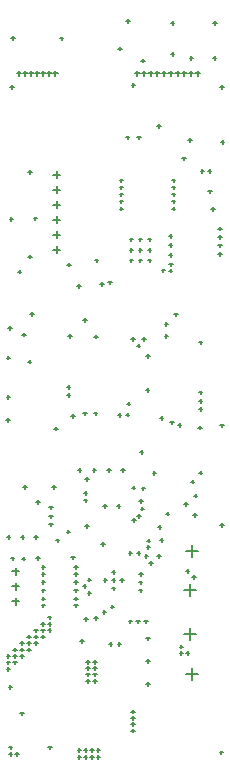
<source format=gbr>
%FSTAX26Y26*%
%MOMM*%
%SFA1B1*%

%IPPOS*%
%ADD63C,0.127000*%
%LNpcb_drillmap_1-1*%
%LPD*%
G54D63*
X00637387Y009144D02*
X00937387D01*
X01170787D02*
X01470787D01*
X013208Y00764387D02*
Y01064387D01*
X007874D02*
Y00764387D01*
X03962374Y01503857D02*
X04262374D01*
X04112361Y01353845D02*
Y01653844D01*
X06604Y01119987D02*
Y01419987D01*
X06453987Y0127D02*
X06753987D01*
X06987387D02*
X07287387D01*
X071374Y01419987D02*
Y01119987D01*
Y00835787D02*
Y00535787D01*
X06987387Y006858D02*
X07287387D01*
X06753987D02*
X06453987D01*
X06604Y00535787D02*
Y00835787D01*
X07520787Y006858D02*
X07820787D01*
X08054187D02*
X08354186D01*
X082042Y00535787D02*
Y00835787D01*
Y01119987D02*
Y01419987D01*
X08054187Y0127D02*
X08354186D01*
X07820787D02*
X07520787D01*
X076708Y01419987D02*
Y01119987D01*
Y00835787D02*
Y00535787D01*
X10975187Y02921D02*
X11275187D01*
X111252Y02770987D02*
Y03070987D01*
Y03304387D02*
Y03604387D01*
X10975187Y034544D02*
X11275187D01*
X111252Y03837787D02*
Y04137787D01*
Y04371187D02*
Y04671187D01*
X10975187Y045212D02*
X11275187D01*
Y039878D02*
X10975187D01*
X12270587Y06858D02*
X12570587D01*
X124206Y06707987D02*
Y07007987D01*
Y08638387D02*
Y08938387D01*
Y10568787D02*
Y10868787D01*
X12270587Y107188D02*
X12570587D01*
X10132187Y102616D02*
X09832187D01*
X099822Y10111587D02*
Y10411587D01*
X09395587Y102616D02*
X09095587D01*
X092456Y10111587D02*
Y10411587D01*
X08074787Y087376D02*
X07774787D01*
X079248Y08587587D02*
Y08887587D01*
Y08354186D02*
Y08054187D01*
Y07820787D02*
Y07520787D01*
Y07287387D02*
Y06987387D01*
X07774787Y071374D02*
X08074787D01*
Y076708D02*
X07774787D01*
Y082042D02*
X08074787D01*
X12270587Y087884D02*
X12570587D01*
X15089987Y094742D02*
X15389987D01*
X15623387D02*
X15923387D01*
X157734Y09324187D02*
Y09624187D01*
X1524D02*
Y09324187D01*
Y09882987D02*
Y10182987D01*
X15389987Y10033D02*
X15089987D01*
X15657576Y077486D02*
X16673575D01*
X16165576Y072406D02*
Y082566D01*
X159766Y105664D02*
Y115824D01*
X154686Y110744D02*
X164846D01*
X159512Y142748D02*
Y152908D01*
X16156787Y159258D02*
X16456787D01*
X163068Y15775787D02*
Y16075787D01*
X157734Y16258387D02*
Y16558387D01*
X16165576Y17600599D02*
Y18616599D01*
X15657576Y18108599D02*
X16673575D01*
X15923387Y164084D02*
X15623387D01*
X154432Y147828D02*
X164592D01*
X133604Y17553787D02*
Y17853787D01*
X13210387Y177038D02*
X13510387D01*
X135636Y18925387D02*
Y19225387D01*
X13413587Y190754D02*
X13713587D01*
X133858Y20017587D02*
Y20317587D01*
X13235787Y201676D02*
X13535787D01*
X13921587Y212852D02*
X14221587D01*
X140716Y21135187D02*
Y21435187D01*
X12621387Y189992D02*
X12321387D01*
X124714Y18849187D02*
Y19149187D01*
X116332Y20931987D02*
Y21231987D01*
X11483187Y21082D02*
X11783187D01*
X11938Y21566987D02*
Y21866987D01*
X11787987Y21717D02*
X12087987D01*
X11811Y22201987D02*
Y22501987D01*
X11660987Y22352D02*
X11960987D01*
X120142Y23268787D02*
Y23568787D01*
X11864187Y234188D02*
X12164187D01*
X11351387Y23495D02*
X11051387D01*
X112014Y23344987D02*
Y23644987D01*
X10081387Y219202D02*
X09781387D01*
X099314Y21770187D02*
Y22070187D01*
X08938387Y219202D02*
X08638387D01*
X087884Y21770187D02*
Y22070187D01*
X11076787Y207264D02*
X11376787D01*
X112268Y20576387D02*
Y20876387D01*
X11071987Y179324D02*
X10771987D01*
X10922Y17782387D02*
Y18082387D01*
X11457787Y179324D02*
X11757787D01*
X116078Y17782387D02*
Y18082387D01*
X12118187Y177038D02*
X12418187D01*
X122682Y17553787D02*
Y17853787D01*
X12295987Y184658D02*
X12595987D01*
X126492Y17244187D02*
Y16944187D01*
X12799187Y170942D02*
X12499187D01*
X12446Y18315787D02*
Y18615787D01*
X11960987Y161544D02*
X11660987D01*
X11811Y16004387D02*
Y16304387D01*
X117856Y15618587D02*
Y15318587D01*
X11635587Y154686D02*
X11935587D01*
Y147828D02*
X11635587D01*
X117856Y14632787D02*
Y14932787D01*
X10199598Y15504591D02*
Y15804591D01*
X10049586Y15654578D02*
X10349585D01*
X10771987Y121666D02*
X11071987D01*
X10922Y12016587D02*
Y12316587D01*
X11432387Y121666D02*
X11732387D01*
X115824Y12016587D02*
Y12316587D01*
X12092787Y121666D02*
X12392787D01*
X122428Y12016587D02*
Y12316587D01*
X094996Y14804593D02*
Y15104592D01*
X09349587Y1495458D02*
X09649587D01*
X094996Y15504591D02*
Y15804591D01*
X09349587Y15654578D02*
X09649587D01*
X094996Y1620459D02*
Y16504589D01*
X09349587Y16354577D02*
X09649587D01*
X08949588Y15654578D02*
X08649589D01*
X08799576Y15504591D02*
Y15804591D01*
X07592187Y156972D02*
X07292187D01*
X074422Y15547187D02*
Y15847187D01*
X07185787Y151384D02*
X06885787D01*
X070358Y14988387D02*
Y15288387D01*
X063246Y15343987D02*
Y15643987D01*
X06174587Y15494D02*
X06474587D01*
X063246Y16029787D02*
Y16329787D01*
X06174587Y161798D02*
X06474587D01*
Y147828D02*
X06174587D01*
X063246Y14632787D02*
Y14932787D01*
Y14246987D02*
Y13946987D01*
Y13662787D02*
Y13362787D01*
X06174587Y135128D02*
X06474587D01*
X07012787Y123698D02*
X07312787D01*
X071628Y12219787D02*
Y12519787D01*
X06957187Y104902D02*
X06657187D01*
X068072Y10340187D02*
Y10640187D01*
X07190587Y087376D02*
X07490587D01*
X073406Y08587587D02*
Y08887587D01*
Y08354186D02*
Y08054187D01*
Y07820787D02*
Y07520787D01*
Y07287387D02*
Y06987387D01*
X07190587Y071374D02*
X07490587D01*
Y076708D02*
X07190587D01*
Y082042D02*
X07490587D01*
X040894Y11279987D02*
Y11579987D01*
Y11813387D02*
Y12113387D01*
Y12346787D02*
Y12646787D01*
X03939387Y124968D02*
X04239387D01*
Y119634D02*
X03939387D01*
X03655187D02*
X03355187D01*
X035052Y11813387D02*
Y12113387D01*
Y11554587D02*
Y11254587D01*
Y11021187D02*
Y10721187D01*
X03355187Y108712D02*
X03655187D01*
Y114046D02*
X03355187D01*
X03070987D02*
X02770987D01*
X02921Y11254587D02*
Y11554587D01*
X03939387Y1143D02*
X04239387D01*
X03556Y13362787D02*
Y13662787D01*
Y13946987D02*
Y14246987D01*
X03405987Y14097D02*
X03705987D01*
X03556Y14632787D02*
Y14932787D01*
X03405987Y147828D02*
X03705987D01*
X03556Y15343987D02*
Y15643987D01*
X03405987Y15494D02*
X03705987D01*
X03556Y16029787D02*
Y16329787D01*
X03405987Y161798D02*
X03705987D01*
Y135128D02*
X03405987D01*
X03070987Y108712D02*
X02770987D01*
X02486787D02*
X02186787D01*
X023368Y10721187D02*
Y11021187D01*
Y10462387D02*
Y10162387D01*
Y09928987D02*
Y09628987D01*
X02186787Y09779D02*
X02486787D01*
Y103124D02*
X02186787D01*
X01902587D02*
X01602587D01*
X017526Y10162387D02*
Y10462387D01*
Y09928987D02*
Y09628987D01*
Y09395587D02*
Y09095587D01*
X01602587Y092456D02*
X01902587D01*
Y09779D02*
X01602587D01*
X01318387D02*
X01018387D01*
X011684Y09628987D02*
Y09928987D01*
Y09370187D02*
Y09070187D01*
X01018387Y092202D02*
X01318387D01*
X00734187D02*
X00434187D01*
X005842Y09070187D02*
Y09370187D01*
Y08836787D02*
Y08536787D01*
Y08303387D02*
Y08003387D01*
X00434187Y081534D02*
X00734187D01*
Y086868D02*
X00434187D01*
X01018387D02*
X01318387D01*
X011684Y08536787D02*
Y08836787D01*
X00911987Y06604D02*
X00611987D01*
X00762Y06453987D02*
Y06753987D01*
X016066Y04374337D02*
X019066D01*
X01756613Y0422435D02*
Y04524349D01*
X00937387Y014986D02*
X00637387D01*
X007874Y01348587D02*
Y01648587D01*
X02770987Y103378D02*
X03070987D01*
X02921Y10187787D02*
Y10487787D01*
Y10721187D02*
Y11021187D01*
X011938Y13568375D02*
Y14168399D01*
Y14838375D02*
Y15438399D01*
X00893775Y151384D02*
X01493799D01*
X011938Y16108375D02*
Y16708399D01*
X00941781Y17348581D02*
Y1764858D01*
X00791794Y17498593D02*
X01091793D01*
X017336Y17471186D02*
X020336D01*
X01883587Y17321174D02*
Y17621173D01*
X01493799Y164084D02*
X008938D01*
X00893775Y138684D02*
X01493799D01*
X06174587Y14097D02*
X06474587D01*
X07292187Y145542D02*
X07592187D01*
X07850987Y124714D02*
X08150987D01*
X08001Y12321387D02*
Y12621387D01*
X08562187Y129794D02*
X08862187D01*
X087122Y12829387D02*
Y13129387D01*
X09247987Y134112D02*
X09547987D01*
X09398Y13261187D02*
Y13561187D01*
X074422Y14404187D02*
Y14704187D01*
X08435187Y18702604D02*
X08735187D01*
X085852Y18552591D02*
Y18852591D01*
X07239Y20068387D02*
Y20368387D01*
X07088987Y202184D02*
X07388987D01*
X05814187Y197612D02*
X05514187D01*
X056642Y19611187D02*
Y19911187D01*
X05895187Y175768D02*
X06195187D01*
X060452Y17426787D02*
Y17726787D01*
X06174587Y16763999D02*
X06474587D01*
X063246Y16613987D02*
Y16913987D01*
X047498Y19174587D02*
Y18874587D01*
X04599787Y190246D02*
X04899787D01*
X03229178Y17520208D02*
X02929178D01*
X03079165Y17370196D02*
Y17670195D01*
X03405987Y16763999D02*
X03705987D01*
X03556Y16613987D02*
Y16913987D01*
X02921Y19153987D02*
Y19453987D01*
X02770987Y19304D02*
X03070987D01*
X04066387Y203708D02*
X04366387D01*
X042164Y20220787D02*
Y20520787D01*
Y20906587D02*
Y21206587D01*
X04066387Y210566D02*
X04366387D01*
X06987387Y224028D02*
X07287387D01*
X071374Y22252787D02*
Y22552787D01*
Y22887787D02*
Y23187787D01*
X06987387Y230378D02*
X07287387D01*
X072644Y24056187D02*
Y24356187D01*
X07114387Y242062D02*
X07414387D01*
X066294Y24843587D02*
Y25143587D01*
X06479387Y249936D02*
X06779387D01*
X07723987Y24989586D02*
X08023987D01*
X07874Y24839599D02*
Y25139599D01*
X08943187Y249936D02*
X09243187D01*
X090932Y24843587D02*
Y25143587D01*
X10162387Y24989586D02*
X10462387D01*
X103124Y24839599D02*
Y25139599D01*
X11711787Y264922D02*
X12011787D01*
X118618Y26342187D02*
Y26642187D01*
X12803987Y247142D02*
X13103987D01*
X12954Y24564187D02*
Y24864187D01*
X16029787Y24003D02*
X16329787D01*
X161798Y23852987D02*
Y24152987D01*
X16715587Y24765D02*
X17015587D01*
X168656Y24614987D02*
Y24914987D01*
X16583787Y228092D02*
X16283787D01*
X164338Y22659187D02*
Y22959187D01*
X15796387Y22098D02*
X15496387D01*
X156464Y21947987D02*
Y22247987D01*
X16258387Y211836D02*
X16558387D01*
X164084Y21033587D02*
Y21333587D01*
X18518987Y203454D02*
X18818987D01*
X18669Y20195387D02*
Y20495387D01*
X186944Y28602787D02*
Y28902787D01*
X18544387Y287528D02*
X18844387D01*
X168656Y29974387D02*
Y30274387D01*
X16715587Y301244D02*
X17015587D01*
X168656Y30685587D02*
Y30985587D01*
X16715587Y308356D02*
X17015587D01*
X168656Y31396787D02*
Y31696787D01*
X16715587Y315468D02*
X17015587D01*
X16944365Y28575D02*
X16644366D01*
X16794353Y28424987D02*
Y28724987D01*
X15237587Y288036D02*
X14937587D01*
X150876Y28653587D02*
Y28953587D01*
X14602587Y290068D02*
X14302587D01*
X144526Y28856787D02*
Y29156787D01*
X135636Y29237787D02*
Y29537787D01*
X13413587Y293878D02*
X13713587D01*
X12519787Y3175D02*
X12219787D01*
X123698Y31899987D02*
Y31599987D01*
X10919587Y30607D02*
X10619587D01*
X107696Y30456987D02*
Y30756987D01*
X10687608Y29811395D02*
Y29511396D01*
X10537596Y29661408D02*
X10837595D01*
X10157587Y296418D02*
X09857587D01*
X100076Y29491787D02*
Y29791787D01*
X08125587Y297688D02*
X07825587D01*
X079756Y29618787D02*
Y29918787D01*
X056896Y31879387D02*
Y32179387D01*
X05539587Y320294D02*
X05839587D01*
Y313182D02*
X05539587D01*
X056896Y31168187D02*
Y31468187D01*
X05920587Y295656D02*
X06220587D01*
X060706Y29415587D02*
Y29715587D01*
X06911187Y297688D02*
X07211187D01*
X070612Y29618787D02*
Y29918787D01*
X02537587Y34163D02*
X02237587D01*
X023876Y34012987D02*
Y34312987D01*
X005842Y34343187D02*
Y34643187D01*
X00434187Y344932D02*
X00734187D01*
X01754987Y36449D02*
X02054987D01*
X01905Y36298987D02*
Y36598987D01*
X02440787Y381762D02*
X02740787D01*
X025908Y38026187D02*
Y38326187D01*
X05666587Y36322D02*
X05966587D01*
X058166Y36171987D02*
Y36471987D01*
X07876387Y362712D02*
X08176387D01*
X080264Y36121187D02*
Y36421187D01*
X11000587Y360934D02*
X11300587D01*
X111506Y35943387D02*
Y36243387D01*
X11940387Y36068D02*
X12240387D01*
X120904Y35917987D02*
Y36217987D01*
X11757787Y355092D02*
X11457787D01*
X116078Y35359187D02*
Y35659187D01*
X12245187Y346202D02*
X12545187D01*
X123952Y34470187D02*
Y34770187D01*
X13819987Y36322D02*
X14119987D01*
X1397Y36171987D02*
Y36471987D01*
X16715587Y357886D02*
X17015587D01*
X168656Y35638587D02*
Y35938587D01*
X147828Y38000787D02*
Y38300787D01*
X14632787Y381508D02*
X14932787D01*
X14119987Y37338D02*
X13819987D01*
X1397Y37187987D02*
Y37487987D01*
X13716Y41734587D02*
Y42034587D01*
X143256Y42009187D02*
Y41709187D01*
X14175587Y418592D02*
X14475587D01*
X13865987Y418846D02*
X13565987D01*
X14200987Y423926D02*
X14500987D01*
X14351Y42242587D02*
Y42542587D01*
X143256Y43055387D02*
Y43355387D01*
X14175587Y432054D02*
X14475587D01*
X143256Y43868187D02*
Y44168187D01*
X14175587Y440182D02*
X14475587D01*
X12697587Y436118D02*
X12397587D01*
X125476Y43461787D02*
Y43761787D01*
Y44350787D02*
Y44650787D01*
X12397587Y445008D02*
X12697587D01*
X14175587Y448056D02*
X14475587D01*
X143256Y44655587D02*
Y44955587D01*
X145796Y46966987D02*
Y47266987D01*
Y47563887D02*
Y47863887D01*
Y48160787D02*
Y48460787D01*
Y48757687D02*
Y49057687D01*
Y49354587D02*
Y49654587D01*
X14429587Y495046D02*
X14729587D01*
Y489077D02*
X14429587D01*
Y483108D02*
X14729587D01*
Y477139D02*
X14429587D01*
Y47117D02*
X14729587D01*
X17502987Y485648D02*
X17802987D01*
X17653Y48414787D02*
Y48714787D01*
X17756987Y470662D02*
X18056987D01*
X17907Y47216187D02*
Y46916187D01*
X18341187Y454152D02*
X18641187D01*
X184912Y45265187D02*
Y45565187D01*
Y44853987D02*
Y44553987D01*
X18341187Y44704D02*
X18641187D01*
Y439928D02*
X18341187D01*
X184912Y43842787D02*
Y44142787D01*
Y43431587D02*
Y43131587D01*
X18341187Y432816D02*
X18641187D01*
X12697587Y427228D02*
X12397587D01*
X125476Y42572787D02*
Y42872787D01*
X11910187Y427228D02*
X11610187D01*
X117602Y42572787D02*
Y42872787D01*
X11765178Y4345559D02*
Y43755589D01*
X11615191Y43605577D02*
X1191519D01*
X11148187Y436118D02*
X10848187D01*
X109982Y43461787D02*
Y43761787D01*
Y44350787D02*
Y44650787D01*
X10848187Y445008D02*
X11148187D01*
X11610187D02*
X11910187D01*
X117602Y44650787D02*
Y44350787D01*
X11148187Y427228D02*
X10848187D01*
X109982Y42572787D02*
Y42872787D01*
X1016Y46966987D02*
Y47266987D01*
Y47563887D02*
Y47863887D01*
Y48160787D02*
Y48460787D01*
Y48757687D02*
Y49057687D01*
Y49354587D02*
Y49654587D01*
X10309987Y495046D02*
X10009987D01*
Y489077D02*
X10309987D01*
Y483108D02*
X10009987D01*
Y477139D02*
X10309987D01*
Y47117D02*
X10009987D01*
X04998999Y49987174D02*
X04398975D01*
X04699Y49687175D02*
Y50287174D01*
X02588387Y502158D02*
X02288387D01*
X04398975Y48717174D02*
X04998999D01*
Y474472D02*
X04398975D01*
X04699Y47147175D02*
Y47747199D01*
Y48417175D02*
Y49017174D01*
Y46477199D02*
Y45877175D01*
X04398975Y461772D02*
X04998999D01*
Y449072D02*
X04398975D01*
X04699Y44607175D02*
Y45207199D01*
X028702Y46128787D02*
Y46428787D01*
X02720187Y462788D02*
X03020187D01*
X02588387Y43053D02*
X02288387D01*
X015494Y41932987D02*
Y41632987D01*
X01399387Y41783D02*
X01699387D01*
X00886587Y369824D02*
X00586587D01*
X007366Y36832387D02*
Y37132387D01*
X06911187Y376936D02*
X07211187D01*
X070612Y37543587D02*
Y37843587D01*
X08384387Y407162D02*
X08684387D01*
X085344Y40566187D02*
Y40866187D01*
X09044787Y408686D02*
X09344787D01*
X091948Y40718587D02*
Y41018587D01*
X080518Y42572787D02*
Y42872787D01*
X07901787Y427228D02*
X08201787D01*
X05864987Y423672D02*
X05564987D01*
X05715Y42217187D02*
Y42517187D01*
X04998999Y436372D02*
X04398975D01*
X04699Y43337175D02*
Y43937199D01*
X024384Y43202987D02*
Y42902987D01*
X06403187Y405638D02*
X06703187D01*
X065532Y40413787D02*
Y40713787D01*
X008382Y46103387D02*
Y46403387D01*
X00688187Y462534D02*
X00988187D01*
X024384Y50065787D02*
Y50365787D01*
X10543387Y531368D02*
X10843387D01*
X106934Y52986787D02*
Y53286787D01*
X11483187Y531368D02*
X11783187D01*
X116332Y52986787D02*
Y53286787D01*
X13210387Y541274D02*
X13510387D01*
X133604Y53977387D02*
Y54277387D01*
X15318587Y513588D02*
X15618587D01*
X154686Y51208787D02*
Y51508787D01*
X16867987Y50292D02*
X17167987D01*
X17018Y50141987D02*
Y50441987D01*
X17477587Y50292D02*
X17777587D01*
X18569787Y527304D02*
X18869787D01*
X187198Y52580387D02*
Y52880387D01*
X16101187Y529336D02*
X15801187D01*
X159512Y52783587D02*
Y53083587D01*
X176276Y50441987D02*
Y50141987D01*
X18544387Y574294D02*
X18844387D01*
X186944Y57279387D02*
Y57579387D01*
X18042178Y59711793D02*
Y60011792D01*
X17892191Y5986178D02*
X18192191D01*
X18092978Y62658193D02*
Y62958192D01*
X17942991Y6280818D02*
X18242991D01*
X16236391Y5986178D02*
X15936391D01*
X16086378Y59711793D02*
Y60011792D01*
X16044316Y58772399D02*
Y58372375D01*
X15844316Y585724D02*
X16244316D01*
X16411575D02*
X16811574D01*
X16611574Y58372375D02*
Y58772399D01*
X15677057Y585724D02*
X15277058D01*
X15477058Y58372375D02*
Y58772399D01*
X14486178Y60067393D02*
Y60367392D01*
X14336191Y6021738D02*
X14636191D01*
X14709775Y585724D02*
X15109774D01*
X14909774Y58372375D02*
Y58772399D01*
X14542516Y585724D02*
X14142516D01*
X13975257D02*
X13575258D01*
X13407999D02*
X13007975D01*
X12840716D02*
X12440716D01*
X12273457D02*
X11873458D01*
X11706199D02*
X11306175D01*
X115062Y58372375D02*
Y58772399D01*
X12073458D02*
Y58372375D01*
X11971578Y59483193D02*
Y59783192D01*
X10041178Y60499193D02*
Y60799192D01*
X10191191Y6064918D02*
X09891191D01*
X11821591Y5963318D02*
X12121591D01*
X11325987Y575818D02*
X11025987D01*
X11176Y57431787D02*
Y57731787D01*
X12640716Y58372375D02*
Y58772399D01*
X13208D02*
Y58372375D01*
X13775258D02*
Y58772399D01*
X14342516D02*
Y58372375D01*
X14486178Y62658193D02*
Y62958192D01*
X14336191Y6280818D02*
X14636191D01*
X10726978Y62861393D02*
Y63161392D01*
X10576991Y6301138D02*
X10876991D01*
X05255387Y615188D02*
X04955387D01*
X051054Y61368787D02*
Y61668787D01*
X04771974Y585724D02*
X04371975D01*
X04259757D02*
X03859758D01*
X03747516D02*
X03347516D01*
X03235274D02*
X02835275D01*
X02723057D02*
X02323058D01*
X02210816D02*
X01810816D01*
X01698599D02*
X01298575D01*
X014986Y58372375D02*
Y58772399D01*
X02010816D02*
Y58372375D01*
X01038987Y574294D02*
X00738987D01*
X00889Y57279387D02*
Y57579387D01*
X02523058Y58372375D02*
Y58772399D01*
X03035274D02*
Y58372375D01*
X03547516D02*
Y58772399D01*
X04059758D02*
Y58372375D01*
X04571974D02*
Y58772399D01*
X009906Y61394187D02*
Y61694187D01*
X00840587Y615442D02*
X01140587D01*
X00734187Y311658D02*
X00434187D01*
X005842Y31015787D02*
Y31315787D01*
X00558977Y29374134D02*
Y29074135D01*
X04490135Y28489935D02*
X04790135D01*
X04640122Y28339923D02*
Y28639922D01*
X00708964Y29224147D02*
X00408965D01*
X01856587Y235458D02*
X02156587D01*
X020066Y23395787D02*
Y23695787D01*
X01953387Y19304D02*
X01653387D01*
X018034Y19153987D02*
Y19453987D01*
X00759587Y19304D02*
X00459587D01*
X006096Y19153987D02*
Y19453987D01*
X02948787Y222758D02*
X03248787D01*
X030988Y22125787D02*
Y22425787D01*
X04066387Y218186D02*
X04366387D01*
X042164Y21668587D02*
Y21968587D01*
X04294987Y235458D02*
X04594987D01*
X04445Y23395787D02*
Y23695787D01*
X184658Y010922D02*
X187198D01*
X185928Y009652D02*
Y012192D01*
M02*
</source>
